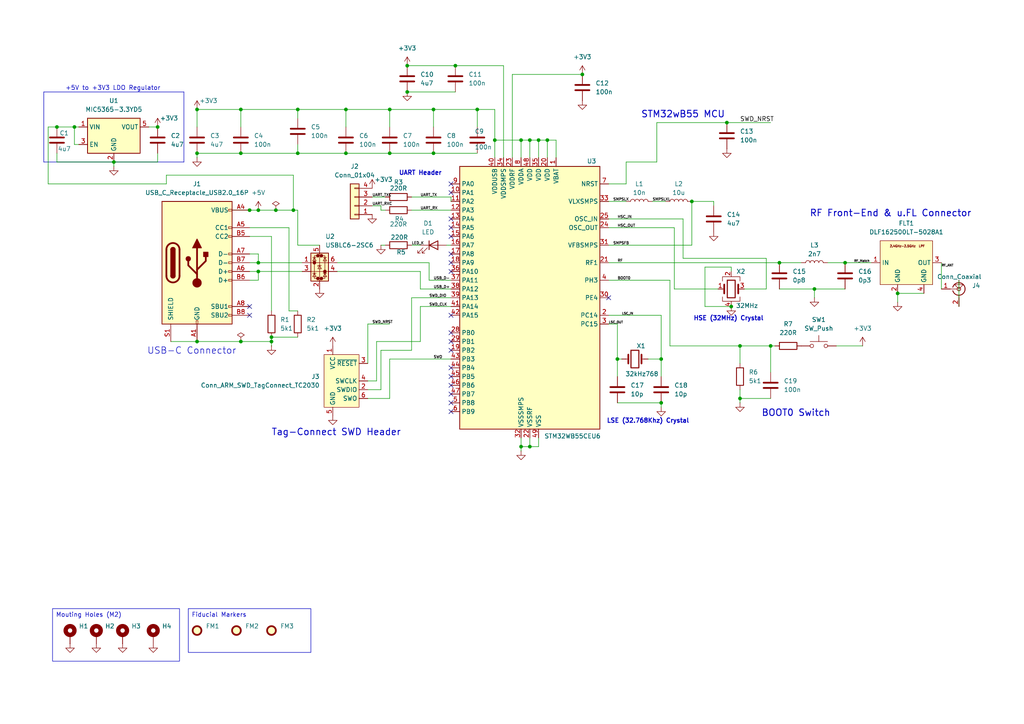
<source format=kicad_sch>
(kicad_sch (version 20250114) (generator "eeschema") (generator_version "9.0")
  (paper "A4")
  (title_block (title "STM32 with RF") (rev "A"))
  (text "BOOT0 Switch" (at 230.886 119.888 0) (effects (font (size 1.905 1.905) (thickness 0.254) (bold yes))))
  (text "RF Front-End & u.FL Connector" (at 258.318 61.976 0) (effects (font (size 1.905 1.905) (thickness 0.254) (bold yes))))
  (text "UART Header" (at 121.92 50.292 0) (effects (font (size 1.27 1.27) (thickness 0.254) (bold yes))))
  (text "+5V to +3V3 LDO Regulator\n" (at 32.766 25.654 0) (effects (font (size 1.27 1.27))))
  (text "STM32wB55 MCU\n" (at 198.12 33.274 0) (effects (font (size 1.905 1.905) (thickness 0.254) (bold yes))))
  (text "Tag-Connect SWD Header" (at 97.536 125.476 0) (effects (font (size 1.905 1.905) (thickness 0.2381))))
  (text "HSE (32MHz) Crystal\n" (at 211.328 92.456 0) (effects (font (size 1.27 1.27) (thickness 0.254) (bold yes))))
  (text "USB-C Connector\n" (at 55.626 101.854 0) (effects (font (size 1.905 1.905))))
  (text "LSE (32.768Khz) Crystal" (at 187.96 122.174 0) (effects (font (size 1.27 1.27) (thickness 0.254) (bold yes))))
  (text_box "Fiducial Markers" (at 54.61 176.53 0) (size 35.56 12.7) (margins 0.9525 0.9525 0.9525 0.9525) (effects (font (size 1.27 1.27)) (justify left top)))
  (text_box "Mouting Holes (M2)" (at 15.24 176.53 0) (size 36.83 15.24) (margins 0.9525 0.9525 0.9525 0.9525) (effects (font (size 1.27 1.27)) (justify left top)))
  (junction (at 156.21 40.64))
  (junction (at 69.85 31.75))
  (junction (at 138.43 31.75))
  (junction (at 118.11 26.67))
  (junction (at 151.13 129.54))
  (junction (at 78.74 97.79))
  (junction (at 100.33 44.45))
  (junction (at 33.02 46.99))
  (junction (at 151.13 40.64))
  (junction (at 74.93 78.74))
  (junction (at 78.74 99.06))
  (junction (at 245.11 76.2))
  (junction (at 223.52 100.33))
  (junction (at 143.51 40.64))
  (junction (at 57.15 31.75))
  (junction (at 69.85 44.45))
  (junction (at 57.15 44.45))
  (junction (at 74.93 76.2))
  (junction (at 45.72 36.83))
  (junction (at 85.09 60.96))
  (junction (at 168.91 21.59))
  (junction (at 74.93 60.96))
  (junction (at 72.39 60.96))
  (junction (at 191.77 104.14))
  (junction (at 179.07 104.14))
  (junction (at 86.36 44.45))
  (junction (at 80.01 60.96))
  (junction (at 260.35 85.09))
  (junction (at 125.73 31.75))
  (junction (at 125.73 44.45))
  (junction (at 210.82 35.56))
  (junction (at 226.06 76.2))
  (junction (at 158.75 40.64))
  (junction (at 113.03 31.75))
  (junction (at 212.09 88.9))
  (junction (at 200.66 58.42))
  (junction (at 113.03 44.45))
  (junction (at 153.67 129.54))
  (junction (at 100.33 31.75))
  (junction (at 86.36 31.75))
  (junction (at 214.63 100.33))
  (junction (at 236.22 83.82))
  (junction (at 69.85 99.06))
  (junction (at 16.51 36.83))
  (junction (at 132.08 19.05))
  (junction (at 191.77 116.84))
  (junction (at 153.67 40.64))
  (junction (at 118.11 19.05))
  (junction (at 214.63 115.57))
  (junction (at 21.59 36.83))
  (junction (at 57.15 99.06))
  (no_connect (at 130.81 114.3))
  (no_connect (at 130.81 99.06))
  (no_connect (at 130.81 55.88))
  (no_connect (at 72.39 91.44))
  (no_connect (at 130.81 78.74))
  (no_connect (at 130.81 109.22))
  (no_connect (at 130.81 111.76))
  (no_connect (at 130.81 106.68))
  (no_connect (at 130.81 66.04))
  (no_connect (at 130.81 96.52))
  (no_connect (at 130.81 91.44))
  (no_connect (at 130.81 63.5))
  (no_connect (at 130.81 73.66))
  (no_connect (at 176.53 86.36))
  (no_connect (at 130.81 119.38))
  (no_connect (at 130.81 68.58))
  (no_connect (at 130.81 116.84))
  (no_connect (at 130.81 53.34))
  (no_connect (at 72.39 88.9))
  (no_connect (at 130.81 76.2))
  (no_connect (at 130.81 101.6))
  (wire (pts (xy 143.51 40.64) (xy 151.13 40.64)))
  (wire (pts (xy 92.71 71.12) (xy 86.36 71.12)))
  (wire (pts (xy 181.61 46.99) (xy 190.5 46.99)))
  (wire (pts (xy 179.07 116.84) (xy 191.77 116.84)))
  (wire (pts (xy 273.05 83.82) (xy 273.05 76.2)))
  (wire (pts (xy 226.06 83.82) (xy 236.22 83.82)))
  (wire (pts (xy 148.59 21.59) (xy 168.91 21.59)))
  (wire (pts (xy 210.82 35.56) (xy 223.52 35.56)))
  (wire (pts (xy 191.77 104.14) (xy 191.77 109.22)))
  (wire (pts (xy 191.77 91.44) (xy 191.77 104.14)))
  (wire (pts (xy 194.31 81.28) (xy 194.31 100.33)))
  (wire (pts (xy 118.11 19.05) (xy 132.08 19.05)))
  (wire (pts (xy 57.15 36.83) (xy 57.15 31.75)))
  (wire (pts (xy 125.73 31.75) (xy 125.73 36.83)))
  (wire (pts (xy 158.75 40.64) (xy 161.29 40.64)))
  (wire (pts (xy 156.21 127) (xy 156.21 129.54)))
  (wire (pts (xy 181.61 46.99) (xy 181.61 53.34)))
  (wire (pts (xy 148.59 45.72) (xy 148.59 21.59)))
  (wire (pts (xy 176.53 91.44) (xy 191.77 91.44)))
  (wire (pts (xy 16.51 46.99) (xy 33.02 46.99)))
  (wire (pts (xy 110.49 113.03) (xy 110.49 101.6)))
  (wire (pts (xy 113.03 104.14) (xy 113.03 115.57)))
  (wire (pts (xy 78.74 97.79) (xy 78.74 99.06)))
  (wire (pts (xy 176.53 63.5) (xy 198.12 63.5)))
  (wire (pts (xy 100.33 31.75) (xy 100.33 36.83)))
  (wire (pts (xy 106.68 113.03) (xy 110.49 113.03)))
  (wire (pts (xy 156.21 129.54) (xy 153.67 129.54)))
  (wire (pts (xy 190.5 46.99) (xy 190.5 35.56)))
  (polyline (pts (xy 53.34 26.67) (xy 53.34 46.99)))
  (wire (pts (xy 86.36 41.91) (xy 86.36 44.45)))
  (wire (pts (xy 97.79 78.74) (xy 121.92 78.74)))
  (wire (pts (xy 176.53 76.2) (xy 226.06 76.2)))
  (wire (pts (xy 119.38 60.96) (xy 130.81 60.96)))
  (wire (pts (xy 260.35 85.09) (xy 260.35 87.63)))
  (wire (pts (xy 110.49 71.12) (xy 111.76 71.12)))
  (wire (pts (xy 176.53 71.12) (xy 200.66 71.12)))
  (wire (pts (xy 204.47 88.9) (xy 212.09 88.9)))
  (wire (pts (xy 69.85 99.06) (xy 78.74 99.06)))
  (wire (pts (xy 191.77 116.84) (xy 191.77 118.11)))
  (wire (pts (xy 125.73 44.45) (xy 138.43 44.45)))
  (wire (pts (xy 83.82 90.17) (xy 86.36 90.17)))
  (wire (pts (xy 223.52 100.33) (xy 223.52 107.95)))
  (wire (pts (xy 236.22 83.82) (xy 245.11 83.82)))
  (wire (pts (xy 214.63 113.03) (xy 214.63 115.57)))
  (wire (pts (xy 106.68 93.98) (xy 113.03 93.98)))
  (wire (pts (xy 72.39 76.2) (xy 74.93 76.2)))
  (wire (pts (xy 260.35 85.09) (xy 267.97 85.09)))
  (wire (pts (xy 86.36 44.45) (xy 100.33 44.45)))
  (wire (pts (xy 110.49 101.6) (xy 119.38 101.6)))
  (wire (pts (xy 43.18 36.83) (xy 45.72 36.83)))
  (wire (pts (xy 119.38 57.15) (xy 130.81 57.15)))
  (wire (pts (xy 107.95 57.15) (xy 111.76 57.15)))
  (wire (pts (xy 48.26 50.8) (xy 85.09 50.8)))
  (wire (pts (xy 113.03 115.57) (xy 106.68 115.57)))
  (wire (pts (xy 106.68 110.49) (xy 109.22 110.49)))
  (wire (pts (xy 143.51 45.72) (xy 143.51 40.64)))
  (wire (pts (xy 242.57 100.33) (xy 250.19 100.33)))
  (wire (pts (xy 214.63 116.84) (xy 214.63 115.57)))
  (wire (pts (xy 222.25 74.93) (xy 222.25 83.82)))
  (wire (pts (xy 49.53 99.06) (xy 57.15 99.06)))
  (wire (pts (xy 119.38 86.36) (xy 130.81 86.36)))
  (wire (pts (xy 113.03 104.14) (xy 130.81 104.14)))
  (wire (pts (xy 80.01 60.96) (xy 85.09 60.96)))
  (wire (pts (xy 143.51 40.64) (xy 143.51 31.75)))
  (wire (pts (xy 200.66 58.42) (xy 200.66 71.12)))
  (wire (pts (xy 74.93 76.2) (xy 87.63 76.2)))
  (wire (pts (xy 74.93 73.66) (xy 74.93 76.2)))
  (wire (pts (xy 110.49 60.96) (xy 111.76 60.96)))
  (wire (pts (xy 176.53 93.98) (xy 179.07 93.98)))
  (polyline (pts (xy 12.7 26.67) (xy 53.34 26.67)))
  (wire (pts (xy 130.81 57.15) (xy 130.81 58.42)))
  (wire (pts (xy 21.59 36.83) (xy 21.59 41.91)))
  (wire (pts (xy 85.09 50.8) (xy 85.09 60.96)))
  (wire (pts (xy 151.13 40.64) (xy 153.67 40.64)))
  (wire (pts (xy 57.15 44.45) (xy 57.15 45.72)))
  (wire (pts (xy 153.67 40.64) (xy 156.21 40.64)))
  (wire (pts (xy 74.93 60.96) (xy 80.01 60.96)))
  (wire (pts (xy 198.12 74.93) (xy 222.25 74.93)))
  (wire (pts (xy 124.46 81.28) (xy 130.81 81.28)))
  (wire (pts (xy 214.63 100.33) (xy 214.63 105.41)))
  (wire (pts (xy 176.53 81.28) (xy 194.31 81.28)))
  (wire (pts (xy 57.15 31.75) (xy 69.85 31.75)))
  (wire (pts (xy 16.51 44.45) (xy 16.51 46.99)))
  (wire (pts (xy 121.92 78.74) (xy 121.92 83.82)))
  (wire (pts (xy 57.15 99.06) (xy 69.85 99.06)))
  (wire (pts (xy 21.59 36.83) (xy 22.86 36.83)))
  (wire (pts (xy 161.29 40.64) (xy 161.29 45.72)))
  (wire (pts (xy 236.22 83.82) (xy 236.22 86.36)))
  (wire (pts (xy 72.39 73.66) (xy 74.93 73.66)))
  (wire (pts (xy 69.85 31.75) (xy 69.85 36.83)))
  (wire (pts (xy 226.06 76.2) (xy 232.41 76.2)))
  (polyline (pts (xy 12.7 46.99) (xy 12.7 26.67)))
  (wire (pts (xy 146.05 19.05) (xy 146.05 45.72)))
  (wire (pts (xy 72.39 60.96) (xy 74.93 60.96)))
  (wire (pts (xy 13.97 53.34) (xy 48.26 53.34)))
  (wire (pts (xy 124.46 76.2) (xy 124.46 81.28)))
  (wire (pts (xy 121.92 99.06) (xy 121.92 88.9)))
  (wire (pts (xy 187.96 104.14) (xy 191.77 104.14)))
  (wire (pts (xy 72.39 68.58) (xy 78.74 68.58)))
  (wire (pts (xy 86.36 97.79) (xy 78.74 97.79)))
  (wire (pts (xy 176.53 58.42) (xy 181.61 58.42)))
  (wire (pts (xy 138.43 31.75) (xy 125.73 31.75)))
  (wire (pts (xy 74.93 81.28) (xy 74.93 78.74)))
  (wire (pts (xy 78.74 99.06) (xy 78.74 100.33)))
  (wire (pts (xy 121.92 71.12) (xy 119.38 71.12)))
  (wire (pts (xy 223.52 115.57) (xy 214.63 115.57)))
  (wire (pts (xy 151.13 127) (xy 151.13 129.54)))
  (wire (pts (xy 113.03 44.45) (xy 125.73 44.45)))
  (wire (pts (xy 138.43 31.75) (xy 138.43 36.83)))
  (wire (pts (xy 156.21 40.64) (xy 156.21 45.72)))
  (wire (pts (xy 195.58 66.04) (xy 195.58 83.82)))
  (wire (pts (xy 121.92 83.82) (xy 130.81 83.82)))
  (wire (pts (xy 121.92 88.9) (xy 130.81 88.9)))
  (wire (pts (xy 151.13 129.54) (xy 151.13 130.81)))
  (wire (pts (xy 129.54 71.12) (xy 130.81 71.12)))
  (wire (pts (xy 245.11 76.2) (xy 252.73 76.2)))
  (wire (pts (xy 278.13 88.9) (xy 278.13 81.28)))
  (wire (pts (xy 113.03 31.75) (xy 100.33 31.75)))
  (wire (pts (xy 207.01 58.42) (xy 207.01 59.69)))
  (wire (pts (xy 153.67 40.64) (xy 153.67 45.72)))
  (wire (pts (xy 78.74 68.58) (xy 78.74 90.17)))
  (wire (pts (xy 57.15 44.45) (xy 69.85 44.45)))
  (wire (pts (xy 132.08 19.05) (xy 146.05 19.05)))
  (wire (pts (xy 212.09 77.47) (xy 204.47 77.47)))
  (wire (pts (xy 156.21 40.64) (xy 158.75 40.64)))
  (wire (pts (xy 100.33 44.45) (xy 113.03 44.45)))
  (wire (pts (xy 110.49 60.96) (xy 110.49 59.69)))
  (wire (pts (xy 158.75 40.64) (xy 158.75 45.72)))
  (wire (pts (xy 189.23 58.42) (xy 193.04 58.42)))
  (wire (pts (xy 74.93 78.74) (xy 87.63 78.74)))
  (wire (pts (xy 179.07 104.14) (xy 179.07 109.22)))
  (wire (pts (xy 72.39 66.04) (xy 83.82 66.04)))
  (wire (pts (xy 198.12 63.5) (xy 198.12 74.93)))
  (wire (pts (xy 109.22 99.06) (xy 121.92 99.06)))
  (wire (pts (xy 212.09 78.74) (xy 212.09 77.47)))
  (polyline (pts (xy 12.7 46.99) (xy 53.34 46.99)))
  (wire (pts (xy 240.03 76.2) (xy 245.11 76.2)))
  (wire (pts (xy 180.34 104.14) (xy 179.07 104.14)))
  (wire (pts (xy 125.73 31.75) (xy 113.03 31.75)))
  (wire (pts (xy 110.49 59.69) (xy 107.95 59.69)))
  (wire (pts (xy 222.25 83.82) (xy 215.9 83.82)))
  (wire (pts (xy 119.38 101.6) (xy 119.38 86.36)))
  (wire (pts (xy 72.39 81.28) (xy 74.93 81.28)))
  (wire (pts (xy 176.53 53.34) (xy 181.61 53.34)))
  (wire (pts (xy 67.31 60.96) (xy 72.39 60.96)))
  (wire (pts (xy 69.85 31.75) (xy 86.36 31.75)))
  (wire (pts (xy 143.51 31.75) (xy 138.43 31.75)))
  (wire (pts (xy 13.97 36.83) (xy 13.97 53.34)))
  (wire (pts (xy 69.85 44.45) (xy 86.36 44.45)))
  (wire (pts (xy 106.68 105.41) (xy 106.68 93.98)))
  (wire (pts (xy 45.72 44.45) (xy 45.72 46.99)))
  (wire (pts (xy 118.11 26.67) (xy 132.08 26.67)))
  (wire (pts (xy 195.58 83.82) (xy 208.28 83.82)))
  (wire (pts (xy 86.36 60.96) (xy 85.09 60.96)))
  (wire (pts (xy 86.36 31.75) (xy 100.33 31.75)))
  (wire (pts (xy 153.67 129.54) (xy 151.13 129.54)))
  (wire (pts (xy 45.72 46.99) (xy 33.02 46.99)))
  (wire (pts (xy 13.97 36.83) (xy 16.51 36.83)))
  (wire (pts (xy 113.03 31.75) (xy 113.03 36.83)))
  (wire (pts (xy 194.31 100.33) (xy 214.63 100.33)))
  (wire (pts (xy 72.39 78.74) (xy 74.93 78.74)))
  (wire (pts (xy 97.79 76.2) (xy 124.46 76.2)))
  (wire (pts (xy 151.13 40.64) (xy 151.13 45.72)))
  (wire (pts (xy 204.47 77.47) (xy 204.47 88.9)))
  (wire (pts (xy 48.26 53.34) (xy 48.26 50.8)))
  (wire (pts (xy 153.67 127) (xy 153.67 129.54)))
  (wire (pts (xy 33.02 46.99) (xy 33.02 48.26)))
  (wire (pts (xy 214.63 100.33) (xy 223.52 100.33)))
  (wire (pts (xy 200.66 58.42) (xy 207.01 58.42)))
  (wire (pts (xy 86.36 31.75) (xy 86.36 34.29)))
  (wire (pts (xy 16.51 36.83) (xy 21.59 36.83)))
  (wire (pts (xy 21.59 41.91) (xy 22.86 41.91)))
  (wire (pts (xy 179.07 93.98) (xy 179.07 104.14)))
  (wire (pts (xy 83.82 66.04) (xy 83.82 90.17)))
  (wire (pts (xy 109.22 110.49) (xy 109.22 99.06)))
  (wire (pts (xy 176.53 66.04) (xy 195.58 66.04)))
  (wire (pts (xy 223.52 100.33) (xy 224.79 100.33)))
  (wire (pts (xy 190.5 35.56) (xy 210.82 35.56)))
  (wire (pts (xy 86.36 71.12) (xy 86.36 60.96)))
  (label "UART_TXC" (at 107.95 57.15 0) (effects (font (size 0.762 0.762))))
  (label "SWD_NRST" (at 107.95 93.98 0) (effects (font (size 0.762 0.762))))
  (label "LSC_OUT" (at 176.53 93.98 0) (effects (font (size 0.635 0.635))))
  (label "UART_TX" (at 121.92 57.15 0) (effects (font (size 0.762 0.762))))
  (label "USB_D-" (at 125.73 81.28 0) (effects (font (size 0.762 0.762))))
  (label "UART_RX" (at 121.92 60.96 0) (effects (font (size 0.762 0.762))))
  (label "RF" (at 179.07 76.2 0) (effects (font (size 0.762 0.762))))
  (label "HSC_OUT" (at 179.07 66.04 0) (effects (font (size 0.762 0.762))))
  (label "SWD_NRST" (at 214.63 35.56 0))
  (label "HSC_IN" (at 179.07 63.5 0) (effects (font (size 0.762 0.762))))
  (label "RF_ANT" (at 273.05 77.47 0) (effects (font (size 0.635 0.635))))
  (label "SWD_DIO" (at 124.46 86.36 0) (effects (font (size 0.762 0.762))))
  (label "USB_D+" (at 125.73 83.82 0) (effects (font (size 0.762 0.762))))
  (label "UART_RXC" (at 107.95 59.69 0) (effects (font (size 0.762 0.762))))
  (label "BOOT0" (at 179.07 81.28 0) (effects (font (size 0.762 0.762))))
  (label "SMPSLXL" (at 189.23 58.42 0) (effects (font (size 0.762 0.762))))
  (label "SMPSFB" (at 177.8 71.12 0) (effects (font (size 0.762 0.762))))
  (label "SWD_CLK" (at 124.46 88.9 0) (effects (font (size 0.762 0.762))))
  (label "RF_Match" (at 247.65 76.2 0) (effects (font (size 0.635 0.635))))
  (label "LSC_IN" (at 180.34 91.44 0) (effects (font (size 0.635 0.635))))
  (label "SMPSLX" (at 177.8 58.42 0) (effects (font (size 0.762 0.762))))
  (label "LED_K" (at 119.38 71.12 0) (effects (font (size 0.762 0.762))))
  (label "SWO" (at 125.73 104.14 0) (effects (font (size 0.762 0.762))))
  (symbol (lib_id "Device:Crystal_GND24") (at 212.09 83.82 0) (unit 1)
    (property "Reference" "X2" (at 214.884 78.74 0))
    (property "Value" "32MHz" (at 216.662 88.646 0))
    (property "Footprint" "Crystal:Crystal_SMD_2016-4Pin_2.0x1.6mm" (effects (hide yes)))
    (property "Description" "Four pin crystal, GND on pins 2 and 4" (effects (hide yes)))
    (property "Manufacturer" "NDK" (effects (hide yes)))
    (property "Manufacturer Part Number" "NX2016SA-32M-EXS00A-CS06465 " (effects (hide yes)))
    (property "Parts Link" "https://www.mouser.com/ProductDetail/NDK/NX2016SA-32M-EXS00A-CS06465?qs=w%2Fv1CP2dgqr82b0JjRnv4A%3D%3D&srsltid=AfmBOor_YhrBG2qp9tsZg9uCpaumfHpcbxxfISPlA_og5jQog9jhyjev" (effects (hide yes)))
  )
  (symbol (lib_id "power:GND") (at 44.45 186.69 0) (unit 1)
    (property "Reference" "#PWR027" (effects (hide yes)))
    (property "Value" "GND" (effects (hide yes)))
    (property "Description" "Power symbol creates a global label with name \"GND\" , ground" (effects (hide yes)))
  )
  (symbol (lib_id "Mechanical:Fiducial") (at 78.74 182.88 0) (unit 1)
    (property "Reference" "FM3" (at 81.28 181.6099 0) (effects (justify left)))
    (property "Value" "Fiducial" (effects (hide yes)))
    (property "Footprint" "Fiducial:Fiducial_1mm_Mask2mm" (effects (hide yes)))
    (property "Description" "Fiducial Marker" (effects (hide yes)))
  )
  (symbol (lib_id "Device:C") (at 69.85 40.64 0) (unit 1)
    (property "Reference" "C4" (at 73.66 39.3699 0) (effects (justify left)))
    (property "Value" "100n" (at 73.66 41.9099 0) (effects (justify left)))
    (property "Footprint" "Capacitor_SMD:C_0402_1005Metric" (effects (hide yes)))
    (property "Description" "Unpolarized capacitor" (effects (hide yes)))
    (property "Manufacturer" "KYOCERA AVX" (effects (hide yes)))
    (property "Manufacturer Part Number" "04023C104KAT2A" (effects (hide yes)))
    (property "Parts Link" "https://www.mouser.com/ProductDetail/KYOCERA-AVX/04023C104KAT2A?qs=nNezP%252BoerbAsgsxxIAjFOw%3D%3D&srsltid=AfmBOoq8ARVs24-WPilwM-94d9hIyOVAXTXxqqpUQnYaolo5JHfCoKB2" (effects (hide yes)))
  )
  (symbol (lib_id "power:GND") (at 27.94 186.69 0) (unit 1)
    (property "Reference" "#PWR029" (effects (hide yes)))
    (property "Value" "GND" (effects (hide yes)))
    (property "Description" "Power symbol creates a global label with name \"GND\" , ground" (effects (hide yes)))
  )
  (symbol (lib_id "Device:C") (at 45.72 40.64 0) (unit 1)
    (property "Reference" "C2" (at 49.53 39.3699 0) (effects (justify left)))
    (property "Value" "4u7" (at 49.53 41.9099 0) (effects (justify left)))
    (property "Footprint" "Capacitor_SMD:C_0603_1608Metric" (effects (hide yes)))
    (property "Description" "Unpolarized capacitor" (effects (hide yes)))
    (property "Manufacturer" "KYOCERA AVX" (effects (hide yes)))
    (property "Manufacturer Part Number" "0603YD475MAT2A" (effects (hide yes)))
    (property "Parts Link" "https://www.mouser.com/ProductDetail/KYOCERA-AVX/0603YD475MAT2A?qs=XLNwXgtzMM9JmbhKJE1Phg%3D%3D&srsltid=AfmBOornGB7A4GevmfM4ux4XAVxKOVotaOfTFSWIh2Vno-GD5N6g6g_2" (effects (hide yes)))
  )
  (symbol (lib_id "Device:C") (at 57.15 40.64 0) (unit 1)
    (property "Reference" "C3" (at 60.96 39.3699 0) (effects (justify left)))
    (property "Value" "4u7" (at 60.96 41.9099 0) (effects (justify left)))
    (property "Footprint" "Capacitor_SMD:C_0603_1608Metric" (effects (hide yes)))
    (property "Description" "Unpolarized capacitor" (effects (hide yes)))
    (property "Manufacturer" "KYOCERA AVX" (effects (hide yes)))
    (property "Manufacturer Part Number" "0603YD475MAT2A" (effects (hide yes)))
    (property "Parts Link" "https://www.mouser.com/ProductDetail/KYOCERA-AVX/0603YD475MAT2A?qs=XLNwXgtzMM9JmbhKJE1Phg%3D%3D&srsltid=AfmBOornGB7A4GevmfM4ux4XAVxKOVotaOfTFSWIh2Vno-GD5N6g6g_2" (effects (hide yes)))
  )
  (symbol (lib_id "Device:Crystal") (at 184.15 104.14 0) (unit 1)
    (property "Reference" "X1" (at 185.928 100.33 0))
    (property "Value" "32kHz768" (at 186.182 108.458 0))
    (property "Footprint" "Crystal:Crystal_SMD_2012-2Pin_2.0x1.2mm" (effects (hide yes)))
    (property "Description" "Two pin crystal" (effects (hide yes)))
    (property "Manufacturer" "NDK" (effects (hide yes)))
    (property "Manufacturer Part Number" "NX2012SA-32.768K-STD-MUB-1 " (effects (hide yes)))
    (property "Parts Link" "https://www.mouser.com/ProductDetail/NDK/NX2012SA-32768K-STD-MUB-1?qs=55YtniHzbhA%252B6%2Fl1MwFZaQ%3D%3D&utm_id=9491304176&utm_source=google&utm_medium=cpc&utm_marketing_tactic=amercorp&gad_source=1&gad_campaignid=9491304176&gbraid=0AAAAADn_wf0AYWlWoeXmqG6E8eAmipmTC&gclid=Cj0KCQjwiqbBBhCAARIsAJSfZkbckPeYrE6U8MViBKkqd5K_SSC4aB4Rtvwdz5XmPMQVvGclve3hugEaAmpoEALw_wcB" (effects (hide yes)))
  )
  (symbol (lib_id "power:PWR_FLAG") (at 69.85 99.06 0) (unit 1)
    (property "Reference" "#FLG01" (effects (hide yes)))
    (property "Value" "PWR_FLAG" (effects (hide yes)))
    (property "Description" "Special symbol for telling ERC where power comes from" (effects (hide yes)))
  )
  (symbol (lib_id "power:GND") (at 107.95 62.23 0) (unit 1)
    (property "Reference" "#PWR011" (effects (hide yes)))
    (property "Value" "GND" (effects (hide yes)))
    (property "Description" "Power symbol creates a global label with name \"GND\" , ground" (effects (hide yes)))
  )
  (symbol (lib_id "Device:R") (at 228.6 100.33 90) (unit 1)
    (property "Reference" "R7" (at 228.6 93.98 90))
    (property "Value" "220R" (at 228.6 96.52 90))
    (property "Footprint" "Resistor_SMD:R_0402_1005Metric" (effects (hide yes)))
    (property "Description" "Resistor" (effects (hide yes)))
    (property "Manufacturer" "Yageo" (effects (hide yes)))
    (property "Manufacturer Part Number" "RC0402FR-07221RL " (effects (hide yes)))
    (property "Parts Link" "https://www.mouser.com/ProductDetail/YAGEO/RC0402FR-07221RL?qs=YDy31nmf64y04UoKIvC83Q%3D%3D&srsltid=AfmBOorp_mxp3UggjF3r3mX7Zx1ZwXScpFtiVQxfstg5VgM_0p_bPeTJ" (effects (hide yes)))
  )
  (symbol (lib_id "power:GND") (at 33.02 48.26 0) (unit 1)
    (property "Reference" "#PWR01" (effects (hide yes)))
    (property "Value" "GND" (effects (hide yes)))
    (property "Description" "Power symbol creates a global label with name \"GND\" , ground" (effects (hide yes)))
  )
  (symbol (lib_id "power:+3V3") (at 168.91 21.59 0) (unit 1)
    (property "Reference" "#PWR016" (effects (hide yes)))
    (property "Value" "+3V3" (at 168.91 16.51 0))
    (property "Description" "Power symbol creates a global label with name \"+3V3\"" (effects (hide yes)))
  )
  (symbol (lib_id "Mechanical:MountingHole_Pad") (at 20.32 184.15 0) (unit 1)
    (property "Reference" "H1" (at 22.86 181.6099 0) (effects (justify left)))
    (property "Value" "MountingHole_Pad" (effects (hide yes)))
    (property "Footprint" "MountingHole:MountingHole_2.2mm_M2_Pad_Via" (effects (hide yes)))
    (property "Description" "Mounting Hole with connection" (effects (hide yes)))
  )
  (symbol (lib_id "power:GND") (at 278.13 81.28 0) (unit 1)
    (property "Reference" "#PWR026" (effects (hide yes)))
    (property "Value" "GND" (effects (hide yes)))
    (property "Description" "Power symbol creates a global label with name \"GND\" , ground" (effects (hide yes)))
  )
  (symbol (lib_id "Device:R") (at 86.36 93.98 0) (unit 1)
    (property "Reference" "R2" (at 88.9 92.7099 0) (effects (justify left)))
    (property "Value" "5k1" (at 88.9 95.2499 0) (effects (justify left)))
    (property "Footprint" "Resistor_SMD:R_0402_1005Metric" (effects (hide yes)))
    (property "Description" "Resistor" (effects (hide yes)))
    (property "Manufacturer" "Yageo" (effects (hide yes)))
    (property "Manufacturer Part Number" "RC0603FR-075K1L " (effects (hide yes)))
    (property "Parts Link" "https://www.mouser.com/ProductDetail/YAGEO/RC0603FR-075K1L?qs=gt6vzsuosg2jUUwxnI2PJQ%3D%3D&srsltid=AfmBOoq6K41weIrHSTc7j59dlV01X904HfxYz5QS0rgGIr3zKhQXZwhC" (effects (hide yes)))
  )
  (symbol (lib_id "Device:L") (at 236.22 76.2 90) (unit 1)
    (property "Reference" "L3" (at 236.22 71.12 90))
    (property "Value" "2n7" (at 236.22 73.66 90))
    (property "Footprint" "Inductor_SMD:L_0402_1005Metric" (effects (hide yes)))
    (property "Description" "Inductor" (effects (hide yes)))
    (property "Manufacturer" "Murata" (effects (hide yes)))
    (property "Manufacturer Part Number" "LQG15HS2N7S02D" (effects (hide yes)))
    (property "Parts Link" "https://www.mouser.com/ProductDetail/Murata-Electronics/LQG15HS2N7S02D?qs=ctz47l0uL1AKrLI74yO5Qw%3D%3D&srsltid=AfmBOoqvSyDfme3F7R2_Pehk6cs-9liCeye_okisRBfiHmh1czuJJxP5" (effects (hide yes)))
  )
  (symbol (lib_id "STM32_RF_LowPassFilter:DLF162500LT-5028A1") (at 264.16 73.66 0) (unit 1)
    (property "Reference" "FLT1" (at 262.89 64.77 0))
    (property "Value" "DLF162500LT-5028A1" (at 262.89 67.31 0))
    (property "Footprint" "STM32_RF_LowPassFilterFootPrint:DLF162500LT-5028A1" (effects (hide yes)))
    (property "Manufacturer" "TDK" (effects (hide yes)))
    (property "Manufacturer Part Number" "DLF162500LT-5028A1" (effects (hide yes)))
    (property "Parts Link" "https://www.mouser.com/ProductDetail/TDK/DLF162500LT-5028A1?qs=U%2FZX79kHR%2FlwIbAISCs3qA%3D%3D&srsltid=AfmBOor21lpAdt-iaEtsqO182BfQck4yLsydoIQAO3G9PW5vAXAj754w" (effects (hide yes)))
  )
  (symbol (lib_id "Device:R") (at 214.63 109.22 0) (unit 1)
    (property "Reference" "R6" (at 217.17 107.9499 0) (effects (justify left)))
    (property "Value" "5k1" (at 217.17 110.4899 0) (effects (justify left)))
    (property "Footprint" "Resistor_SMD:R_0402_1005Metric" (effects (hide yes)))
    (property "Description" "Resistor" (effects (hide yes)))
    (property "Manufacturer" "Yageo" (effects (hide yes)))
    (property "Manufacturer Part Number" "RC0603FR-075K1L " (effects (hide yes)))
    (property "Parts Link" "https://www.mouser.com/ProductDetail/YAGEO/RC0603FR-075K1L?qs=gt6vzsuosg2jUUwxnI2PJQ%3D%3D&srsltid=AfmBOoq6K41weIrHSTc7j59dlV01X904HfxYz5QS0rgGIr3zKhQXZwhC" (effects (hide yes)))
  )
  (symbol (lib_id "Device:C") (at 210.82 39.37 0) (unit 1)
    (property "Reference" "C13" (at 214.63 38.0999 0) (effects (justify left)))
    (property "Value" "100n" (at 214.63 40.6399 0) (effects (justify left)))
    (property "Footprint" "Capacitor_SMD:C_0402_1005Metric" (effects (hide yes)))
    (property "Description" "Unpolarized capacitor" (effects (hide yes)))
    (property "Manufacturer" "KYOCERA AVX" (effects (hide yes)))
    (property "Manufacturer Part Number" "04023C104KAT2A" (effects (hide yes)))
    (property "Parts Link" "https://www.mouser.com/ProductDetail/KYOCERA-AVX/04023C104KAT2A?qs=nNezP%252BoerbAsgsxxIAjFOw%3D%3D&srsltid=AfmBOoq8ARVs24-WPilwM-94d9hIyOVAXTXxqqpUQnYaolo5JHfCoKB2" (effects (hide yes)))
  )
  (symbol (lib_id "power:GND") (at 168.91 29.21 0) (unit 1)
    (property "Reference" "#PWR017" (effects (hide yes)))
    (property "Value" "GND" (effects (hide yes)))
    (property "Description" "Power symbol creates a global label with name \"GND\" , ground" (effects (hide yes)))
  )
  (symbol (lib_id "power:GND") (at 151.13 130.81 0) (unit 1)
    (property "Reference" "#PWR015" (effects (hide yes)))
    (property "Value" "GND" (effects (hide yes)))
    (property "Description" "Power symbol creates a global label with name \"GND\" , ground" (effects (hide yes)))
  )
  (symbol (lib_id "power:GND") (at 210.82 43.18 0) (unit 1)
    (property "Reference" "#PWR020" (effects (hide yes)))
    (property "Value" "GND" (effects (hide yes)))
    (property "Description" "Power symbol creates a global label with name \"GND\" , ground" (effects (hide yes)))
  )
  (symbol (lib_id "power:GND") (at 92.71 83.82 0) (unit 1)
    (property "Reference" "#PWR07" (effects (hide yes)))
    (property "Value" "GND" (effects (hide yes)))
    (property "Description" "Power symbol creates a global label with name \"GND\" , ground" (effects (hide yes)))
  )
  (symbol (lib_id "Device:C") (at 113.03 40.64 0) (unit 1)
    (property "Reference" "C7" (at 116.84 39.3699 0) (effects (justify left)))
    (property "Value" "100n" (at 116.84 41.9099 0) (effects (justify left)))
    (property "Footprint" "Capacitor_SMD:C_0402_1005Metric" (effects (hide yes)))
    (property "Description" "Unpolarized capacitor" (effects (hide yes)))
    (property "Manufacturer" "KYOCERA AVX" (effects (hide yes)))
    (property "Manufacturer Part Number" "04023C104KAT2A" (effects (hide yes)))
    (property "Parts Link" "https://www.mouser.com/ProductDetail/KYOCERA-AVX/04023C104KAT2A?qs=nNezP%252BoerbAsgsxxIAjFOw%3D%3D&srsltid=AfmBOoq8ARVs24-WPilwM-94d9hIyOVAXTXxqqpUQnYaolo5JHfCoKB2" (effects (hide yes)))
  )
  (symbol (lib_id "power:+5V") (at 74.93 60.96 0) (unit 1)
    (property "Reference" "#PWR05" (effects (hide yes)))
    (property "Value" "+5V" (at 74.93 55.88 0))
    (property "Description" "Power symbol creates a global label with name \"+5V\"" (effects (hide yes)))
  )
  (symbol (lib_id "Device:C") (at 223.52 111.76 0) (unit 1)
    (property "Reference" "C19" (at 227.33 110.4899 0) (effects (justify left)))
    (property "Value" "100n" (at 227.33 113.0299 0) (effects (justify left)))
    (property "Footprint" "Capacitor_SMD:C_0402_1005Metric" (effects (hide yes)))
    (property "Description" "Unpolarized capacitor" (effects (hide yes)))
    (property "Manufacturer" "KYOCERA AVX" (effects (hide yes)))
    (property "Manufacturer Part Number" "04023C104KAT2A" (effects (hide yes)))
    (property "Parts Link" "https://www.mouser.com/ProductDetail/KYOCERA-AVX/04023C104KAT2A?qs=nNezP%252BoerbAsgsxxIAjFOw%3D%3D&srsltid=AfmBOoq8ARVs24-WPilwM-94d9hIyOVAXTXxqqpUQnYaolo5JHfCoKB2" (effects (hide yes)))
  )
  (symbol (lib_id "Device:C") (at 132.08 22.86 0) (unit 1)
    (property "Reference" "C11" (at 135.89 21.5899 0) (effects (justify left)))
    (property "Value" "100n" (at 135.89 24.1299 0) (effects (justify left)))
    (property "Footprint" "Capacitor_SMD:C_0402_1005Metric" (effects (hide yes)))
    (property "Description" "Unpolarized capacitor" (effects (hide yes)))
    (property "Manufacturer" "KYOCERA AVX" (effects (hide yes)))
    (property "Manufacturer Part Number" "04023C104KAT2A" (effects (hide yes)))
    (property "Parts Link" "https://www.mouser.com/ProductDetail/KYOCERA-AVX/04023C104KAT2A?qs=nNezP%252BoerbAsgsxxIAjFOw%3D%3D&srsltid=AfmBOoq8ARVs24-WPilwM-94d9hIyOVAXTXxqqpUQnYaolo5JHfCoKB2" (effects (hide yes)))
  )
  (symbol (lib_id "Connector:USB_C_Receptacle_USB2.0_16P") (at 57.15 76.2 0) (unit 1)
    (property "Reference" "J1" (at 57.15 53.34 0))
    (property "Value" "USB_C_Receptacle_USB2.0_16P" (at 57.15 55.88 0))
    (property "Footprint" "Connector_USB:USB_C_Receptacle_GCT_USB4105-xx-A_16P_TopMnt_Horizontal" (effects (hide yes)))
    (property "Datasheet" "https://www.usb.org/sites/default/files/documents/usb_type-c.zip" (effects (hide yes)))
    (property "Description" "USB 2.0-only 16P Type-C Receptacle connector" (effects (hide yes)))
    (property "Manufacturer" "GCT" (effects (hide yes)))
    (property "Manufacturer Part Number" "USB4105-GF-A" (effects (hide yes)))
    (property "Parts Link" "https://www.mouser.com/ProductDetail/GCT/USB4105-GF-A?qs=KUoIvG%2F9IlY%2FMLlBMpStpA%3D%3D&srsltid=AfmBOooRx5Gh8xwgdjSECzjGppP4N8hpjM9Ui1fdhEMk1nExlnHASYOq" (effects (hide yes)))
  )
  (symbol (lib_id "Connector:Conn_ARM_SWD_TagConnect_TC2030") (at 99.06 110.49 0) (unit 1) (in_bom no)
    (property "Reference" "J3" (at 92.71 109.2199 0) (effects (justify right)))
    (property "Value" "Conn_ARM_SWD_TagConnect_TC2030" (at 92.71 111.7599 0) (effects (justify right)))
    (property "Footprint" "Connector:Tag-Connect_TC2030-IDC-FP_2x03_P1.27mm_Vertical" (effects (hide yes)))
    (property "Datasheet" "https://www.tag-connect.com/wp-content/uploads/bsk-pdf-manager/TC2030-CTX_1.pdf" (effects (hide yes)))
    (property "Description" "Tag-Connect ARM Cortex SWD JTAG connector, 6 pin" (effects (hide yes)))
  )
  (symbol (lib_id "Device:C") (at 138.43 40.64 0) (unit 1)
    (property "Reference" "C9" (at 137.668 38.1 0) (effects (justify left)))
    (property "Value" "100n" (at 137.668 42.672 0) (effects (justify left)))
    (property "Footprint" "Capacitor_SMD:C_0402_1005Metric" (effects (hide yes)))
    (property "Description" "Unpolarized capacitor" (effects (hide yes)))
    (property "Manufacturer" "KYOCERA AVX" (effects (hide yes)))
    (property "Manufacturer Part Number" "04023C104KAT2A" (effects (hide yes)))
    (property "Parts Link" "https://www.mouser.com/ProductDetail/KYOCERA-AVX/04023C104KAT2A?qs=nNezP%252BoerbAsgsxxIAjFOw%3D%3D&srsltid=AfmBOoq8ARVs24-WPilwM-94d9hIyOVAXTXxqqpUQnYaolo5JHfCoKB2" (effects (hide yes)))
  )
  (symbol (lib_id "power:GND") (at 207.01 67.31 0) (unit 1)
    (property "Reference" "#PWR019" (effects (hide yes)))
    (property "Value" "GND" (effects (hide yes)))
    (property "Description" "Power symbol creates a global label with name \"GND\" , ground" (effects (hide yes)))
  )
  (symbol (lib_id "power:GND") (at 236.22 86.36 0) (unit 1)
    (property "Reference" "#PWR023" (effects (hide yes)))
    (property "Value" "GND" (effects (hide yes)))
    (property "Description" "Power symbol creates a global label with name \"GND\" , ground" (effects (hide yes)))
  )
  (symbol (lib_id "power:+3V3") (at 96.52 100.33 0) (unit 1)
    (property "Reference" "#PWR08" (effects (hide yes)))
    (property "Value" "+3V3" (at 96.52 95.25 0))
    (property "Description" "Power symbol creates a global label with name \"+3V3\"" (effects (hide yes)))
  )
  (symbol (lib_id "Power_Protection:USBLC6-2SC6") (at 92.71 76.2 0) (unit 1)
    (property "Reference" "U2" (at 94.3611 68.58 0) (effects (justify left)))
    (property "Value" "USBLC6-2SC6" (at 94.3611 71.12 0) (effects (justify left)))
    (property "Footprint" "Package_TO_SOT_SMD:SOT-23-6" (effects (hide yes)))
    (property "Datasheet" "https://www.st.com/resource/en/datasheet/usblc6-2.pdf" (effects (hide yes)))
    (property "Description" "Very low capacitance ESD protection diode, 2 data-line, SOT-23-6" (effects (hide yes)))
    (property "Manufacturer" "STMicroelectronics" (effects (hide yes)))
    (property "Manufacturer Part Number" "USBLC6-2SC6 " (effects (hide yes)))
    (property "Parts Link" "https://www.mouser.com/ProductDetail/STMicroelectronics/USBLC6-2SC6?qs=po45yt2pPpu%2FhNIlwQdTlg%3D%3D&srsltid=AfmBOoqfJCPtXOZp-Mn9WBpSZVa_DulwP2tpl0sON8HSh8gBWnGeXs9W" (effects (hide yes)))
  )
  (symbol (lib_id "power:+3V3") (at 107.95 54.61 0) (unit 1)
    (property "Reference" "#PWR010" (effects (hide yes)))
    (property "Value" "+3V3" (at 111.252 52.07 0))
    (property "Description" "Power symbol creates a global label with name \"+3V3\"" (effects (hide yes)))
  )
  (symbol (lib_id "Connector:Conn_Coaxial") (at 278.13 83.82 0) (unit 1)
    (property "Reference" "J4" (at 281.94 82.8431 0) (effects (justify left)))
    (property "Value" "Conn_Coaxial" (at 271.78 80.264 0) (effects (justify left)))
    (property "Footprint" "Connector_Coaxial:U.FL_Hirose_U.FL-R-SMT-1_Vertical" (effects (hide yes)))
    (property "Description" "coaxial connector (BNC, SMA, SMB, SMC, Cinch/RCA, LEMO, ...)" (effects (hide yes)))
    (property "Manufacturer" "Hirose" (effects (hide yes)))
    (property "Manufacturer Part Number" "U.FL-R-SMT(01) " (effects (hide yes)))
    (property "Parts Link" "https://www.mouser.com/ProductDetail/Hirose-Connector/U.FL-R-SMT01?qs=Ux3WWAnHpjDV3tCCbDi65g%3D%3D&srsltid=AfmBOorNqrquYFv9aTy00C2kcCsXmlO43hwnKTN6vt7IGFj_fluZmDDk" (effects (hide yes)))
  )
  (symbol (lib_id "power:GND") (at 110.49 71.12 0) (unit 1)
    (property "Reference" "#PWR012" (effects (hide yes)))
    (property "Value" "GND" (effects (hide yes)))
    (property "Description" "Power symbol creates a global label with name \"GND\" , ground" (effects (hide yes)))
  )
  (symbol (lib_id "Device:R") (at 115.57 57.15 90) (unit 1)
    (property "Reference" "R3" (at 115.57 52.832 90))
    (property "Value" "220R" (at 115.57 54.61 90))
    (property "Footprint" "Resistor_SMD:R_0402_1005Metric" (effects (hide yes)))
    (property "Description" "Resistor" (effects (hide yes)))
    (property "Manufacturer" "Yageo" (effects (hide yes)))
    (property "Manufacturer Part Number" "RC0402FR-07221RL " (effects (hide yes)))
    (property "Parts Link" "https://www.mouser.com/ProductDetail/YAGEO/RC0402FR-07221RL?qs=YDy31nmf64y04UoKIvC83Q%3D%3D&srsltid=AfmBOorp_mxp3UggjF3r3mX7Zx1ZwXScpFtiVQxfstg5VgM_0p_bPeTJ" (effects (hide yes)))
  )
  (symbol (lib_id "power:PWR_FLAG") (at 80.01 60.96 0) (unit 1)
    (property "Reference" "#FLG02" (effects (hide yes)))
    (property "Value" "PWR_FLAG" (effects (hide yes)))
    (property "Description" "Special symbol for telling ERC where power comes from" (effects (hide yes)))
  )
  (symbol (lib_id "power:+3V3") (at 45.72 36.83 0) (unit 1)
    (property "Reference" "#PWR02" (effects (hide yes)))
    (property "Value" "+3V3" (at 49.022 34.29 0))
    (property "Description" "Power symbol creates a global label with name \"+3V3\"" (effects (hide yes)))
  )
  (symbol (lib_id "Device:C") (at 16.51 40.64 0) (unit 1)
    (property "Reference" "C1" (at 17.272 38.608 0) (effects (justify left)))
    (property "Value" "4u7" (at 16.764 43.18 0) (effects (justify left)))
    (property "Footprint" "Capacitor_SMD:C_0603_1608Metric" (effects (hide yes)))
    (property "Description" "Unpolarized capacitor" (effects (hide yes)))
    (property "Manufacturer" "KYOCERA AVX" (effects (hide yes)))
    (property "Manufacturer Part Number" "0603YD475MAT2A" (effects (hide yes)))
    (property "Parts Link" "https://www.mouser.com/ProductDetail/KYOCERA-AVX/0603YD475MAT2A?qs=XLNwXgtzMM9JmbhKJE1Phg%3D%3D&srsltid=AfmBOornGB7A4GevmfM4ux4XAVxKOVotaOfTFSWIh2Vno-GD5N6g6g_2" (effects (hide yes)))
  )
  (symbol (lib_id "Device:C") (at 226.06 80.01 0) (unit 1)
    (property "Reference" "C15" (at 229.87 78.7399 0) (effects (justify left)))
    (property "Value" "0p8" (at 229.87 81.2799 0) (effects (justify left)))
    (property "Footprint" "Capacitor_SMD:C_0402_1005Metric" (effects (hide yes)))
    (property "Description" "Unpolarized capacitor" (effects (hide yes)))
    (property "Manufacturer" "MURATA" (effects (hide yes)))
    (property "Manufacturer Part Number" "GRM1555C1HR80BA01D" (effects (hide yes)))
    (property "Parts Link" "https://www.mouser.com/ProductDetail/Murata-Electronics/GRM1555C1HR80BA01D?qs=e%252BE4OD6MgMezPYPintwvrA%3D%3D&srsltid=AfmBOopVCy4qDW6n-Ob55JsklVALNbzVMwuqc-houtOpmjcFYcNfPipr" (effects (hide yes)))
  )
  (symbol (lib_id "power:GND") (at 20.32 186.69 0) (unit 1)
    (property "Reference" "#PWR030" (effects (hide yes)))
    (property "Value" "GND" (effects (hide yes)))
    (property "Description" "Power symbol creates a global label with name \"GND\" , ground" (effects (hide yes)))
  )
  (symbol (lib_id "Device:R") (at 78.74 93.98 0) (unit 1)
    (property "Reference" "R1" (at 81.28 92.7099 0) (effects (justify left)))
    (property "Value" "5k1" (at 81.28 95.2499 0) (effects (justify left)))
    (property "Footprint" "Resistor_SMD:R_0402_1005Metric" (effects (hide yes)))
    (property "Description" "Resistor" (effects (hide yes)))
    (property "Manufacturer" "Yageo" (effects (hide yes)))
    (property "Manufacturer Part Number" "RC0603FR-075K1L " (effects (hide yes)))
    (property "Parts Link" "https://www.mouser.com/ProductDetail/YAGEO/RC0603FR-075K1L?qs=gt6vzsuosg2jUUwxnI2PJQ%3D%3D&srsltid=AfmBOoq6K41weIrHSTc7j59dlV01X904HfxYz5QS0rgGIr3zKhQXZwhC" (effects (hide yes)))
  )
  (symbol (lib_id "Device:C") (at 245.11 80.01 0) (unit 1)
    (property "Reference" "C16" (at 248.92 78.7399 0) (effects (justify left)))
    (property "Value" "0p3" (at 248.92 81.2799 0) (effects (justify left)))
    (property "Footprint" "Capacitor_SMD:C_0402_1005Metric" (effects (hide yes)))
    (property "Description" "Unpolarized capacitor" (effects (hide yes)))
    (property "Manufacturer" "MURATA" (effects (hide yes)))
    (property "Manufacturer Part Number" "GRM1555C1HR30WA01D" (effects (hide yes)))
    (property "Parts Link" "https://www.mouser.com/ProductDetail/Murata-Electronics/GRM1555C1HR30WA01D?qs=e%252BE4OD6MgMcS%252BbE0ktTutg%3D%3D&srsltid=AfmBOoqZfQQbrohZ50HfHyULSLsYa_fpC-IuC-Jv2q9DO7WtnTSDPdra" (effects (hide yes)))
  )
  (symbol (lib_id "MCU_ST_STM32WB:STM32WB55CEUx") (at 153.67 86.36 0) (mirror y) (unit 1)
    (property "Reference" "U3" (at 172.974 46.736 0) (effects (justify left)))
    (property "Value" "STM32WB55CEU6" (at 174.244 126.492 0) (effects (justify left)))
    (property "Footprint" "Package_DFN_QFN:QFN-48-1EP_7x7mm_P0.5mm_EP5.6x5.6mm" (effects (hide yes)))
    (property "Datasheet" "https://www.st.com/resource/en/datasheet/stm32wb55ce.pdf" (effects (hide yes)))
    (property "Description" "STMicroelectronics Arm Cortex-M4 MCU, 512KB flash, 256KB RAM, 64 MHz, 1.71-3.6V, 30 GPIO, UFQFPN48" (effects (hide yes)))
    (property "Manufacturer" "STMicroelectronics" (effects (hide yes)))
    (property "Manufacturer Part Number" "STM32WB55CEU6" (effects (hide yes)))
    (property "Parts Link" "https://www.mouser.com/ProductDetail/STMicroelectronics/STM32WB55CEU6?qs=l7cgNqFNU1h38DnIgipayw%3D%3D&srsltid=AfmBOophFNpEbS2TCJZbPqf9bT4W_iDL1SQuhjvMPjyyNh2iEAr28Dt2" (effects (hide yes)))
  )
  (symbol (lib_id "Mechanical:MountingHole_Pad") (at 27.94 184.15 0) (unit 1)
    (property "Reference" "H2" (at 30.48 181.6099 0) (effects (justify left)))
    (property "Value" "MountingHole_Pad" (effects (hide yes)))
    (property "Footprint" "MountingHole:MountingHole_2.2mm_M2_Pad_Via" (effects (hide yes)))
    (property "Description" "Mounting Hole with connection" (effects (hide yes)))
  )
  (symbol (lib_id "Mechanical:MountingHole_Pad") (at 35.56 184.15 0) (unit 1)
    (property "Reference" "H3" (at 38.1 181.6099 0) (effects (justify left)))
    (property "Value" "MountingHole_Pad" (effects (hide yes)))
    (property "Footprint" "MountingHole:MountingHole_2.2mm_M2_Pad_Via" (effects (hide yes)))
    (property "Description" "Mounting Hole with connection" (effects (hide yes)))
  )
  (symbol (lib_id "power:GND") (at 118.11 26.67 0) (unit 1)
    (property "Reference" "#PWR014" (effects (hide yes)))
    (property "Value" "GND" (effects (hide yes)))
    (property "Description" "Power symbol creates a global label with name \"GND\" , ground" (effects (hide yes)))
  )
  (symbol (lib_id "Device:C") (at 179.07 113.03 0) (unit 1)
    (property "Reference" "C17" (at 182.88 111.7599 0) (effects (justify left)))
    (property "Value" "10p" (at 182.88 114.2999 0) (effects (justify left)))
    (property "Footprint" "Capacitor_SMD:C_0402_1005Metric" (effects (hide yes)))
    (property "Description" "Unpolarized capacitor" (effects (hide yes)))
    (property "Manufacturer" "KYOCERA AVX" (effects (hide yes)))
    (property "Manufacturer Part Number" "04025A100JAT4A" (effects (hide yes)))
    (property "Parts Link" "https://www.mouser.com/ProductDetail/KYOCERA-AVX/04025A100JAT4A?qs=ZwvTZoB9SO9xQJ735IqqZg%3D%3D&srsltid=AfmBOorO2VhhYliLMXZr5HQhI0dSEOBBY6kpqZCFHkUOmGbg3bz0LJ0x" (effects (hide yes)))
  )
  (symbol (lib_id "Device:C") (at 168.91 25.4 0) (unit 1)
    (property "Reference" "C12" (at 172.72 24.1299 0) (effects (justify left)))
    (property "Value" "100n" (at 172.72 26.6699 0) (effects (justify left)))
    (property "Footprint" "Capacitor_SMD:C_0402_1005Metric" (effects (hide yes)))
    (property "Description" "Unpolarized capacitor" (effects (hide yes)))
    (property "Manufacturer" "KYOCERA AVX" (effects (hide yes)))
    (property "Manufacturer Part Number" "04023C104KAT2A" (effects (hide yes)))
    (property "Parts Link" "https://www.mouser.com/ProductDetail/KYOCERA-AVX/04023C104KAT2A?qs=nNezP%252BoerbAsgsxxIAjFOw%3D%3D&srsltid=AfmBOoq8ARVs24-WPilwM-94d9hIyOVAXTXxqqpUQnYaolo5JHfCoKB2" (effects (hide yes)))
  )
  (symbol (lib_id "Device:C") (at 125.73 40.64 0) (unit 1)
    (property "Reference" "C8" (at 129.54 39.3699 0) (effects (justify left)))
    (property "Value" "100n" (at 129.54 41.9099 0) (effects (justify left)))
    (property "Footprint" "Capacitor_SMD:C_0402_1005Metric" (effects (hide yes)))
    (property "Description" "Unpolarized capacitor" (effects (hide yes)))
    (property "Manufacturer" "KYOCERA AVX" (effects (hide yes)))
    (property "Manufacturer Part Number" "04023C104KAT2A" (effects (hide yes)))
    (property "Parts Link" "https://www.mouser.com/ProductDetail/KYOCERA-AVX/04023C104KAT2A?qs=nNezP%252BoerbAsgsxxIAjFOw%3D%3D&srsltid=AfmBOoq8ARVs24-WPilwM-94d9hIyOVAXTXxqqpUQnYaolo5JHfCoKB2" (effects (hide yes)))
  )
  (symbol (lib_id "Switch:SW_Push") (at 237.49 100.33 0) (unit 1)
    (property "Reference" "SW1" (at 237.49 92.71 0))
    (property "Value" "SW_Push" (at 237.49 95.25 0))
    (property "Footprint" "Button_Switch_SMD:SW_SPST_CK_RS282G05A3" (effects (hide yes)))
    (property "Description" "Push button switch, generic, two pins" (effects (hide yes)))
    (property "Manufacturer" "C&K" (effects (hide yes)))
    (property "Manufacturer Part Number" "RS282G05A3SMRT " (effects (hide yes)))
    (property "Parts Link" "https://www.mouser.com/ProductDetail/CK/RS282G05A3SMRT?qs=Gufeu08L%2Fl2VU43xmeLp5Q%3D%3D&srsltid=AfmBOoowDIA9VEiP_KsdztcR2uqo6KGebBWGVhMWib_BHRXTE_bmIWgG" (effects (hide yes)))
  )
  (symbol (lib_id "Device:C") (at 86.36 38.1 0) (unit 1)
    (property "Reference" "C5" (at 90.17 36.8299 0) (effects (justify left)))
    (property "Value" "100n" (at 90.17 39.3699 0) (effects (justify left)))
    (property "Footprint" "Capacitor_SMD:C_0402_1005Metric" (effects (hide yes)))
    (property "Description" "Unpolarized capacitor" (effects (hide yes)))
    (property "Manufacturer" "KYOCERA AVX" (effects (hide yes)))
    (property "Manufacturer Part Number" "04023C104KAT2A" (effects (hide yes)))
    (property "Parts Link" "https://www.mouser.com/ProductDetail/KYOCERA-AVX/04023C104KAT2A?qs=nNezP%252BoerbAsgsxxIAjFOw%3D%3D&srsltid=AfmBOoq8ARVs24-WPilwM-94d9hIyOVAXTXxqqpUQnYaolo5JHfCoKB2" (effects (hide yes)))
  )
  (symbol (lib_id "Device:L") (at 196.85 58.42 90) (unit 1)
    (property "Reference" "L2" (at 196.85 53.34 90))
    (property "Value" "10u" (at 196.85 55.88 90))
    (property "Footprint" "Inductor_SMD:L_0805_2012Metric" (effects (hide yes)))
    (property "Description" "Inductor" (effects (hide yes)))
    (property "Manufacturer" "Murata" (effects (hide yes)))
    (property "Manufacturer Part Number" "LQM21FN100M70L" (effects (hide yes)))
    (property "Parts Link" "https://www.mouser.com/ProductDetail/Murata-Electronics/LQM21FN100M70L?qs=8M15sSGRUn%252BogwBrvQUwLA%3D%3D&srsltid=AfmBOopvX-88OvYwfm1TertM_d-bFTDU4RaHa4Lhkm8xcpj2HsmE6QWE" (effects (hide yes)))
  )
  (symbol (lib_id "power:GND") (at 191.77 118.11 0) (unit 1)
    (property "Reference" "#PWR018" (effects (hide yes)))
    (property "Value" "GND" (effects (hide yes)))
    (property "Description" "Power symbol creates a global label with name \"GND\" , ground" (effects (hide yes)))
  )
  (symbol (lib_id "Device:C") (at 207.01 63.5 0) (unit 1)
    (property "Reference" "C14" (at 210.82 62.2299 0) (effects (justify left)))
    (property "Value" "4u7" (at 210.82 64.7699 0) (effects (justify left)))
    (property "Footprint" "Capacitor_SMD:C_0603_1608Metric" (effects (hide yes)))
    (property "Description" "Unpolarized capacitor" (effects (hide yes)))
    (property "Manufacturer" "KYOCERA AVX" (effects (hide yes)))
    (property "Manufacturer Part Number" "0603YD475MAT2A" (effects (hide yes)))
    (property "Parts Link" "https://www.mouser.com/ProductDetail/KYOCERA-AVX/0603YD475MAT2A?qs=XLNwXgtzMM9JmbhKJE1Phg%3D%3D&srsltid=AfmBOornGB7A4GevmfM4ux4XAVxKOVotaOfTFSWIh2Vno-GD5N6g6g_2" (effects (hide yes)))
  )
  (symbol (lib_id "Device:C") (at 191.77 113.03 0) (unit 1)
    (property "Reference" "C18" (at 195.58 111.7599 0) (effects (justify left)))
    (property "Value" "10p" (at 195.58 114.2999 0) (effects (justify left)))
    (property "Footprint" "Capacitor_SMD:C_0402_1005Metric" (effects (hide yes)))
    (property "Description" "Unpolarized capacitor" (effects (hide yes)))
    (property "Manufacturer" "KYOCERA AVX" (effects (hide yes)))
    (property "Manufacturer Part Number" "04025A100JAT4A" (effects (hide yes)))
    (property "Parts Link" "https://www.mouser.com/ProductDetail/KYOCERA-AVX/04025A100JAT4A?qs=ZwvTZoB9SO9xQJ735IqqZg%3D%3D&srsltid=AfmBOorO2VhhYliLMXZr5HQhI0dSEOBBY6kpqZCFHkUOmGbg3bz0LJ0x" (effects (hide yes)))
  )
  (symbol (lib_id "Regulator_Linear:MIC5365-3.3YD5") (at 33.02 39.37 0) (unit 1)
    (property "Reference" "U1" (at 33.02 29.21 0))
    (property "Value" "MIC5365-3.3YD5" (at 33.02 31.75 0))
    (property "Footprint" "Package_TO_SOT_SMD:TSOT-23-5" (effects (hide yes)))
    (property "Datasheet" "https://ww1.microchip.com/downloads/aemDocuments/documents/APID/ProductDocuments/DataSheets/MIC5365-6-High-Performance-Single-150mA-LDO-DS20006605A.pdf" (effects (hide yes)))
    (property "Description" "150mA Low-dropout Voltage Regulator, Vout 3.3V, Vin up to 5.5V, TSOT-23-5" (effects (hide yes)))
    (property "Manufacturer" "Microchip " (effects (hide yes)))
    (property "Manufacturer Part Number" "MIC5365-3.3YC5-TR " (effects (hide yes)))
    (property "Parts Link" "https://www.mouser.com/ProductDetail/Microchip-Technology/MIC5365-3.3YC5-TR?qs=U6T8BxXiZAXvJj%252BPZ%252B301w%3D%3D&srsltid=AfmBOorINaUQLDs6_ro1GnipF1zb-mNPiW4wk0Alokxkhns-mk-5q7sZ" (effects (hide yes)))
  )
  (symbol (lib_id "power:GND") (at 57.15 45.72 0) (unit 1)
    (property "Reference" "#PWR04" (effects (hide yes)))
    (property "Value" "GND" (effects (hide yes)))
    (property "Description" "Power symbol creates a global label with name \"GND\" , ground" (effects (hide yes)))
  )
  (symbol (lib_id "Device:R") (at 115.57 71.12 90) (unit 1)
    (property "Reference" "R5" (at 116.332 73.152 90))
    (property "Value" "220R" (at 115.824 68.834 90))
    (property "Footprint" "Resistor_SMD:R_0402_1005Metric" (effects (hide yes)))
    (property "Description" "Resistor" (effects (hide yes)))
    (property "Manufacturer" "Yageo" (effects (hide yes)))
    (property "Manufacturer Part Number" "RC0402FR-07221RL " (effects (hide yes)))
    (property "Parts Link" "https://www.mouser.com/ProductDetail/YAGEO/RC0402FR-07221RL?qs=YDy31nmf64y04UoKIvC83Q%3D%3D&srsltid=AfmBOorp_mxp3UggjF3r3mX7Zx1ZwXScpFtiVQxfstg5VgM_0p_bPeTJ" (effects (hide yes)))
  )
  (symbol (lib_id "power:GND") (at 35.56 186.69 0) (unit 1)
    (property "Reference" "#PWR028" (effects (hide yes)))
    (property "Value" "GND" (effects (hide yes)))
    (property "Description" "Power symbol creates a global label with name \"GND\" , ground" (effects (hide yes)))
  )
  (symbol (lib_id "Connector_Generic:Conn_01x04") (at 102.87 59.69 180) (unit 1)
    (property "Reference" "J2" (at 102.87 48.26 0))
    (property "Value" "Conn_01x04" (at 102.87 50.8 0))
    (property "Footprint" "Connector_Molex:Molex_CLIK-Mate_502386-0470_1x04-1MP_P1.25mm_Horizontal" (effects (hide yes)))
    (property "Description" "Generic connector, single row, 01x04, script generated (kicad-library-utils/schlib/autogen/connector/)" (effects (hide yes)))
    (property "Manufacturer" "MOLEX" (effects (hide yes)))
    (property "Manufacturer Part Number" "53048-0410 " (effects (hide yes)))
    (property "Parts Link" "https://www.mouser.com/ProductDetail/Molex/53048-0410?qs=359VwiUTsp2msj5Tobchuw%3D%3D&srsltid=AfmBOor0MXjFpGKKK57Yk25_604pDz1oKKad2hIipsaY-TvlgZ4D4c4x" (effects (hide yes)))
  )
  (symbol (lib_id "Mechanical:MountingHole_Pad") (at 44.45 184.15 0) (unit 1)
    (property "Reference" "H4" (at 46.99 181.6099 0) (effects (justify left)))
    (property "Value" "MountingHole_Pad" (effects (hide yes)))
    (property "Footprint" "MountingHole:MountingHole_2.2mm_M2_Pad_Via" (effects (hide yes)))
    (property "Description" "Mounting Hole with connection" (effects (hide yes)))
  )
  (symbol (lib_id "power:GND") (at 212.09 88.9 0) (unit 1)
    (property "Reference" "#PWR021" (effects (hide yes)))
    (property "Value" "GND" (effects (hide yes)))
    (property "Description" "Power symbol creates a global label with name \"GND\" , ground" (effects (hide yes)))
  )
  (symbol (lib_id "Device:LED") (at 125.73 71.12 0) (unit 1)
    (property "Reference" "D1" (at 124.1425 64.77 0))
    (property "Value" "LED" (at 124.1425 67.31 0))
    (property "Footprint" "LED_SMD:LED_0402_1005Metric" (effects (hide yes)))
    (property "Description" "Light emitting diode" (effects (hide yes)))
    (property "Sim.Pins" "1=K 2=A" (effects (hide yes)))
    (property "Manufacturer" "Wurth Elektronik" (effects (hide yes)))
    (property "Manufacturer Part Number" "150040RS73240" (effects (hide yes)))
    (property "Parts Link" "https://www.mouser.com/ProductDetail/Wurth-Elektronik/150040RS73240?qs=8Aam6%252B7C6HGMiInmnlrBiw%3D%3D&srsltid=AfmBOoqyh_fsdBRtsUtICl4KFjPWFw0LDQLfND2IetjWEce8D1xg_iNH" (effects (hide yes)))
  )
  (symbol (lib_id "Device:C") (at 118.11 22.86 0) (unit 1)
    (property "Reference" "C10" (at 121.92 21.5899 0) (effects (justify left)))
    (property "Value" "4u7" (at 121.92 24.1299 0) (effects (justify left)))
    (property "Footprint" "Capacitor_SMD:C_0603_1608Metric" (effects (hide yes)))
    (property "Description" "Unpolarized capacitor" (effects (hide yes)))
    (property "Manufacturer" "KYOCERA AVX" (effects (hide yes)))
    (property "Manufacturer Part Number" "0603YD475MAT2A" (effects (hide yes)))
    (property "Parts Link" "https://www.mouser.com/ProductDetail/KYOCERA-AVX/0603YD475MAT2A?qs=XLNwXgtzMM9JmbhKJE1Phg%3D%3D&srsltid=AfmBOornGB7A4GevmfM4ux4XAVxKOVotaOfTFSWIh2Vno-GD5N6g6g_2" (effects (hide yes)))
  )
  (symbol (lib_id "power:+3V3") (at 118.11 19.05 0) (unit 1)
    (property "Reference" "#PWR013" (effects (hide yes)))
    (property "Value" "+3V3" (at 118.11 13.97 0))
    (property "Description" "Power symbol creates a global label with name \"+3V3\"" (effects (hide yes)))
  )
  (symbol (lib_id "power:+3V3") (at 57.15 31.75 0) (unit 1)
    (property "Reference" "#PWR03" (effects (hide yes)))
    (property "Value" "+3V3" (at 60.452 29.21 0))
    (property "Description" "Power symbol creates a global label with name \"+3V3\"" (effects (hide yes)))
  )
  (symbol (lib_id "Mechanical:Fiducial") (at 57.15 182.88 0) (unit 1)
    (property "Reference" "FM1" (at 59.69 181.6099 0) (effects (justify left)))
    (property "Value" "Fiducial" (effects (hide yes)))
    (property "Footprint" "Fiducial:Fiducial_1mm_Mask2mm" (effects (hide yes)))
    (property "Description" "Fiducial Marker" (effects (hide yes)))
  )
  (symbol (lib_id "Device:L") (at 185.42 58.42 90) (unit 1)
    (property "Reference" "L1" (at 185.42 53.34 90))
    (property "Value" "10n" (at 185.42 55.88 90))
    (property "Footprint" "Inductor_SMD:L_0402_1005Metric" (effects (hide yes)))
    (property "Description" "Inductor" (effects (hide yes)))
    (property "Manufacturer" "Murata" (effects (hide yes)))
    (property "Manufacturer Part Number" "LQG15HS18NJ02D" (effects (hide yes)))
    (property "Parts Link" "https://www.mouser.com/ProductDetail/Murata-Electronics/LQG15HS18NJ02D?qs=HfwHrtDjQO%2FRGY63Yj5U7A%3D%3D&srsltid=AfmBOoqtoYbuUu59go5v4P3s9-o2R7dxNQ4lUXZgNaKbrVVvLWDYAr2-" (effects (hide yes)))
  )
  (symbol (lib_id "power:+3V3") (at 250.19 100.33 0) (unit 1)
    (property "Reference" "#PWR024" (effects (hide yes)))
    (property "Value" "+3V3" (at 250.19 95.25 0))
    (property "Description" "Power symbol creates a global label with name \"+3V3\"" (effects (hide yes)))
  )
  (symbol (lib_id "power:GND") (at 260.35 87.63 0) (unit 1)
    (property "Reference" "#PWR025" (effects (hide yes)))
    (property "Value" "GND" (effects (hide yes)))
    (property "Description" "Power symbol creates a global label with name \"GND\" , ground" (effects (hide yes)))
  )
  (symbol (lib_id "power:GND") (at 78.74 100.33 0) (unit 1)
    (property "Reference" "#PWR06" (effects (hide yes)))
    (property "Value" "GND" (effects (hide yes)))
    (property "Description" "Power symbol creates a global label with name \"GND\" , ground" (effects (hide yes)))
  )
  (symbol (lib_id "Device:C") (at 100.33 40.64 0) (unit 1)
    (property "Reference" "C6" (at 104.14 39.3699 0) (effects (justify left)))
    (property "Value" "100n" (at 104.14 41.9099 0) (effects (justify left)))
    (property "Footprint" "Capacitor_SMD:C_0402_1005Metric" (effects (hide yes)))
    (property "Description" "Unpolarized capacitor" (effects (hide yes)))
    (property "Manufacturer" "KYOCERA AVX" (effects (hide yes)))
    (property "Manufacturer Part Number" "04023C104KAT2A" (effects (hide yes)))
    (property "Parts Link" "https://www.mouser.com/ProductDetail/KYOCERA-AVX/04023C104KAT2A?qs=nNezP%252BoerbAsgsxxIAjFOw%3D%3D&srsltid=AfmBOoq8ARVs24-WPilwM-94d9hIyOVAXTXxqqpUQnYaolo5JHfCoKB2" (effects (hide yes)))
  )
  (symbol (lib_id "power:GND") (at 214.63 116.84 0) (unit 1)
    (property "Reference" "#PWR022" (effects (hide yes)))
    (property "Value" "GND" (effects (hide yes)))
    (property "Description" "Power symbol creates a global label with name \"GND\" , ground" (effects (hide yes)))
  )
  (symbol (lib_id "Device:R") (at 115.57 60.96 90) (unit 1)
    (property "Reference" "R4" (at 115.824 63.5 90))
    (property "Value" "220R" (at 115.57 65.024 90))
    (property "Footprint" "Resistor_SMD:R_0402_1005Metric" (effects (hide yes)))
    (property "Description" "Resistor" (effects (hide yes)))
    (property "Manufacturer" "Yageo" (effects (hide yes)))
    (property "Manufacturer Part Number" "RC0402FR-07221RL " (effects (hide yes)))
    (property "Parts Link" "https://www.mouser.com/ProductDetail/YAGEO/RC0402FR-07221RL?qs=YDy31nmf64y04UoKIvC83Q%3D%3D&srsltid=AfmBOorp_mxp3UggjF3r3mX7Zx1ZwXScpFtiVQxfstg5VgM_0p_bPeTJ" (effects (hide yes)))
  )
  (symbol (lib_id "power:GND") (at 96.52 120.65 0) (unit 1)
    (property "Reference" "#PWR09" (effects (hide yes)))
    (property "Value" "GND" (effects (hide yes)))
    (property "Description" "Power symbol creates a global label with name \"GND\" , ground" (effects (hide yes)))
  )
  (symbol (lib_id "Mechanical:Fiducial") (at 68.58 182.88 0) (unit 1)
    (property "Reference" "FM2" (at 71.12 181.6099 0) (effects (justify left)))
    (property "Value" "Fiducial" (effects (hide yes)))
    (property "Footprint" "Fiducial:Fiducial_1mm_Mask2mm" (effects (hide yes)))
    (property "Description" "Fiducial Marker" (effects (hide yes)))
  )
)
</source>
